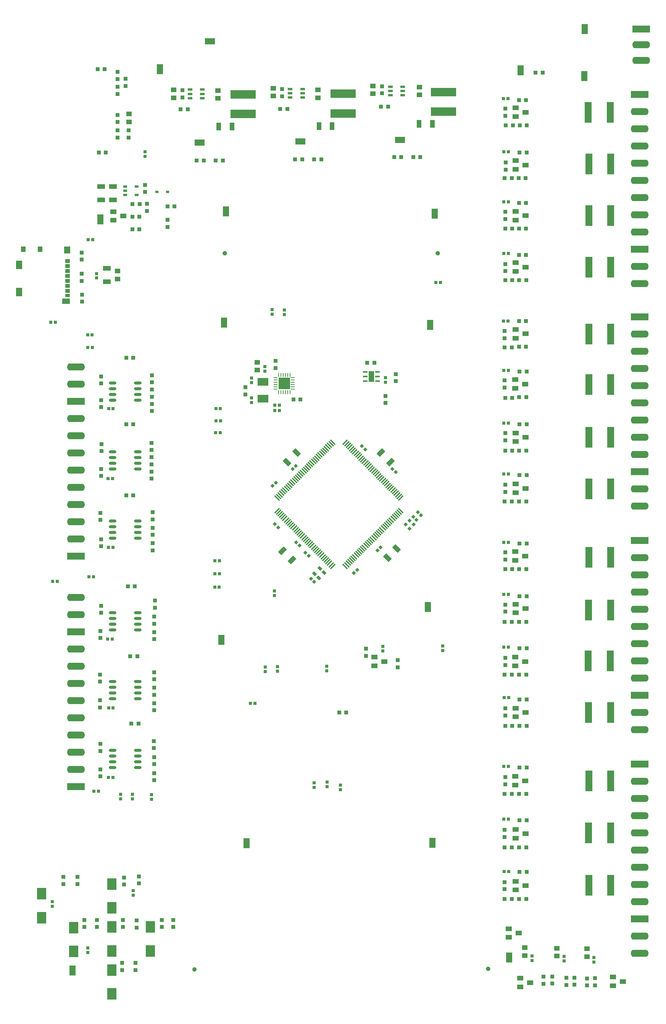
<source format=gbr>
%TF.GenerationSoftware,Altium Limited,Altium Designer,19.1.5 (86)*%
G04 Layer_Color=8421504*
%FSLAX26Y26*%
%MOIN*%
%TF.FileFunction,Paste,Top*%
%TF.Part,Single*%
G01*
G75*
%TA.AperFunction,NonConductor*%
%ADD10C,0.019685*%
%TA.AperFunction,SMDPad,CuDef*%
G04:AMPARAMS|DCode=11|XSize=66.929mil|YSize=41.339mil|CornerRadius=0mil|HoleSize=0mil|Usage=FLASHONLY|Rotation=225.000|XOffset=0mil|YOffset=0mil|HoleType=Round|Shape=Rectangle|*
%AMROTATEDRECTD11*
4,1,4,0.009048,0.038278,0.038278,0.009048,-0.009048,-0.038278,-0.038278,-0.009048,0.009048,0.038278,0.0*
%
%ADD11ROTATEDRECTD11*%

G04:AMPARAMS|DCode=12|XSize=66.929mil|YSize=41.339mil|CornerRadius=0mil|HoleSize=0mil|Usage=FLASHONLY|Rotation=135.000|XOffset=0mil|YOffset=0mil|HoleType=Round|Shape=Rectangle|*
%AMROTATEDRECTD12*
4,1,4,0.038278,-0.009048,0.009048,-0.038278,-0.038278,0.009048,-0.009048,0.038278,0.038278,-0.009048,0.0*
%
%ADD12ROTATEDRECTD12*%

%ADD13P,0.035634X4X360.0*%
%ADD14P,0.035634X4X270.0*%
%ADD15P,0.038974X4X360.0*%
G04:AMPARAMS|DCode=16|XSize=33.465mil|YSize=25.591mil|CornerRadius=0mil|HoleSize=0mil|Usage=FLASHONLY|Rotation=135.000|XOffset=0mil|YOffset=0mil|HoleType=Round|Shape=Rectangle|*
%AMROTATEDRECTD16*
4,1,4,0.020879,-0.002784,0.002784,-0.020879,-0.020879,0.002784,-0.002784,0.020879,0.020879,-0.002784,0.0*
%
%ADD16ROTATEDRECTD16*%

%ADD17R,0.094488X0.066929*%
%ADD18R,0.039370X0.023622*%
G04:AMPARAMS|DCode=19|XSize=21.654mil|YSize=31.496mil|CornerRadius=1.949mil|HoleSize=0mil|Usage=FLASHONLY|Rotation=90.000|XOffset=0mil|YOffset=0mil|HoleType=Round|Shape=RoundedRectangle|*
%AMROUNDEDRECTD19*
21,1,0.021654,0.027599,0,0,90.0*
21,1,0.017756,0.031496,0,0,90.0*
1,1,0.003898,0.013799,0.008878*
1,1,0.003898,0.013799,-0.008878*
1,1,0.003898,-0.013799,-0.008878*
1,1,0.003898,-0.013799,0.008878*
%
%ADD19ROUNDEDRECTD19*%
%ADD20R,0.039370X0.015748*%
%ADD21R,0.050394X0.094488*%
%ADD22O,0.064961X0.025591*%
%ADD23O,0.035433X0.009842*%
%ADD24O,0.009842X0.035433*%
%ADD25R,0.098425X0.098425*%
%ADD26R,0.055118X0.086614*%
%ADD27R,0.086614X0.055118*%
%TA.AperFunction,ConnectorPad*%
%ADD28R,0.053150X0.074803*%
%ADD29R,0.039370X0.047244*%
%ADD30R,0.053150X0.061024*%
%ADD31R,0.043307X0.033465*%
%ADD32R,0.043307X0.029528*%
%ADD33R,0.070866X0.046063*%
%TA.AperFunction,SMDPad,CuDef*%
%ADD34R,0.078740X0.098425*%
%ADD35R,0.035433X0.033465*%
%ADD36R,0.033465X0.035433*%
%ADD37R,0.051181X0.041339*%
%ADD38R,0.055118X0.039370*%
%ADD39R,0.222047X0.077953*%
%TA.AperFunction,ConnectorPad*%
%ADD40R,0.157480X0.062992*%
%ADD41O,0.157480X0.062992*%
%TA.AperFunction,SMDPad,CuDef*%
%ADD42R,0.157480X0.062992*%
%ADD43O,0.157480X0.062992*%
%ADD44R,0.059055X0.181102*%
%ADD45R,0.031496X0.023622*%
%ADD46R,0.025197X0.025197*%
%ADD47R,0.025197X0.025197*%
%ADD48R,0.041339X0.066929*%
%ADD49R,0.066929X0.041339*%
%TA.AperFunction,ConnectorPad*%
%ADD50R,0.078740X0.098425*%
%TA.AperFunction,SMDPad,CuDef*%
G04:AMPARAMS|DCode=51|XSize=11.811mil|YSize=61.024mil|CornerRadius=0mil|HoleSize=0mil|Usage=FLASHONLY|Rotation=45.000|XOffset=0mil|YOffset=0mil|HoleType=Round|Shape=Rectangle|*
%AMROTATEDRECTD51*
4,1,4,0.017399,-0.025751,-0.025751,0.017399,-0.017399,0.025751,0.025751,-0.017399,0.017399,-0.025751,0.0*
%
%ADD51ROTATEDRECTD51*%

G04:AMPARAMS|DCode=52|XSize=11.811mil|YSize=61.024mil|CornerRadius=0mil|HoleSize=0mil|Usage=FLASHONLY|Rotation=315.000|XOffset=0mil|YOffset=0mil|HoleType=Round|Shape=Rectangle|*
%AMROTATEDRECTD52*
4,1,4,-0.025751,-0.017399,0.017399,0.025751,0.025751,0.017399,-0.017399,-0.025751,-0.025751,-0.017399,0.0*
%
%ADD52ROTATEDRECTD52*%

D10*
X4704748Y7250000D02*
G03*
X4704748Y7250000I-9748J0D01*
G01*
X2844748D02*
G03*
X2844748Y7250000I-9748J0D01*
G01*
X5144748Y1010000D02*
G03*
X5144748Y1010000I-9748J0D01*
G01*
X2579748Y1005000D02*
G03*
X2579748Y1005000I-9748J0D01*
G01*
D11*
X3421062Y4573938D02*
D03*
X3338938Y4656062D02*
D03*
X4281062Y5428938D02*
D03*
X4198938Y5511062D02*
D03*
D12*
X3378938Y5428938D02*
D03*
X3461062Y5511062D02*
D03*
X4253938Y4593938D02*
D03*
X4336062Y4676062D02*
D03*
D13*
X3252194Y5222194D02*
D03*
X3280311Y5250311D02*
D03*
X4167194Y4657194D02*
D03*
X4195311Y4685311D02*
D03*
X3427194Y5367194D02*
D03*
X3455311Y5395311D02*
D03*
X3962194Y4462194D02*
D03*
X3990311Y4490311D02*
D03*
D14*
X4032194Y5567806D02*
D03*
X4060311Y5539689D02*
D03*
X3567806Y4612194D02*
D03*
X3539689Y4640311D02*
D03*
X4328117Y5341883D02*
D03*
X4300000Y5370000D02*
D03*
X4521941Y4992552D02*
D03*
X4550059Y4964435D02*
D03*
X3487806Y4702194D02*
D03*
X3459689Y4730311D02*
D03*
X3272194Y4887806D02*
D03*
X3300311Y4859689D02*
D03*
X4481941Y4952552D02*
D03*
X4510059Y4924435D02*
D03*
X3587194Y4412806D02*
D03*
X3615311Y4384689D02*
D03*
D15*
X4449949Y4919545D02*
D03*
X4484747Y4884746D02*
D03*
X4415150D02*
D03*
X4449949Y4849948D02*
D03*
D16*
X3664176Y4501758D02*
D03*
X3701758Y4464176D02*
D03*
X3618242Y4455824D02*
D03*
X3655824Y4418242D02*
D03*
D17*
X3170000Y6127835D02*
D03*
Y5982165D02*
D03*
D18*
X2639134Y8602598D02*
D03*
Y8640000D02*
D03*
Y8677401D02*
D03*
X2530866D02*
D03*
Y8640000D02*
D03*
Y8602598D02*
D03*
X3514134Y8607598D02*
D03*
Y8645000D02*
D03*
Y8682401D02*
D03*
X3405866D02*
D03*
Y8645000D02*
D03*
Y8607598D02*
D03*
X4389606Y8627598D02*
D03*
Y8665000D02*
D03*
Y8702401D02*
D03*
X4281339D02*
D03*
Y8665000D02*
D03*
Y8627598D02*
D03*
D19*
X1964803Y7832402D02*
D03*
Y7795000D02*
D03*
Y7757599D02*
D03*
X2065197D02*
D03*
Y7832402D02*
D03*
D20*
X4062244Y6214370D02*
D03*
Y6175000D02*
D03*
Y6135630D02*
D03*
X4167756Y6214370D02*
D03*
Y6175000D02*
D03*
Y6135630D02*
D03*
D21*
X4115000Y6175000D02*
D03*
D22*
X1853780Y2915000D02*
D03*
Y2865000D02*
D03*
Y2815000D02*
D03*
Y2765000D02*
D03*
X2076220Y2915000D02*
D03*
Y2865000D02*
D03*
Y2815000D02*
D03*
Y2765000D02*
D03*
X1853780Y3515000D02*
D03*
Y3465000D02*
D03*
Y3415000D02*
D03*
Y3365000D02*
D03*
X2076220Y3515000D02*
D03*
Y3465000D02*
D03*
Y3415000D02*
D03*
Y3365000D02*
D03*
X1853780Y4115000D02*
D03*
Y4065000D02*
D03*
Y4015000D02*
D03*
Y3965000D02*
D03*
X2076220Y4115000D02*
D03*
Y4065000D02*
D03*
Y4015000D02*
D03*
Y3965000D02*
D03*
X1853780Y4915000D02*
D03*
Y4865000D02*
D03*
Y4815000D02*
D03*
Y4765000D02*
D03*
X2076220Y4915000D02*
D03*
Y4865000D02*
D03*
Y4815000D02*
D03*
Y4765000D02*
D03*
X1853780Y5520000D02*
D03*
Y5470000D02*
D03*
Y5420000D02*
D03*
Y5370000D02*
D03*
X2076220Y5520000D02*
D03*
Y5470000D02*
D03*
Y5420000D02*
D03*
Y5370000D02*
D03*
X1853780Y6120000D02*
D03*
Y6070000D02*
D03*
Y6020000D02*
D03*
Y5970000D02*
D03*
X2076220Y6120000D02*
D03*
Y6070000D02*
D03*
Y6020000D02*
D03*
Y5970000D02*
D03*
D23*
X3280000Y6164370D02*
D03*
Y6144685D02*
D03*
Y6125000D02*
D03*
Y6105315D02*
D03*
Y6085630D02*
D03*
Y6065945D02*
D03*
X3429606D02*
D03*
Y6085630D02*
D03*
Y6105315D02*
D03*
Y6125000D02*
D03*
Y6144685D02*
D03*
Y6164370D02*
D03*
D24*
X3305591Y6040354D02*
D03*
X3325276D02*
D03*
X3344961D02*
D03*
X3364646D02*
D03*
X3384331D02*
D03*
X3404016D02*
D03*
Y6189961D02*
D03*
X3384331D02*
D03*
X3364646D02*
D03*
X3344961D02*
D03*
X3325276D02*
D03*
X3305591D02*
D03*
D25*
X3354803Y6115158D02*
D03*
D26*
X4650000Y2110000D02*
D03*
X3025000Y2105000D02*
D03*
X4670000Y7595000D02*
D03*
X2845000Y7615000D02*
D03*
X4610000Y4165000D02*
D03*
X4630000Y6625000D02*
D03*
X2830000Y6645000D02*
D03*
X2805000Y3880000D02*
D03*
X5320000Y1110000D02*
D03*
X5420000Y8845000D02*
D03*
X1505000Y995000D02*
D03*
X2270000Y8855000D02*
D03*
X1750000Y7545000D02*
D03*
X5980000Y9205000D02*
D03*
X5975000Y8795000D02*
D03*
D27*
X2615000Y8215000D02*
D03*
X3495000Y8225000D02*
D03*
X4365000Y8239213D02*
D03*
X2705000Y9100000D02*
D03*
D28*
X1036909Y6913445D02*
D03*
Y7148484D02*
D03*
D29*
X1220965Y7286280D02*
D03*
X1075295D02*
D03*
D30*
X1458169Y7279390D02*
D03*
D31*
X1463091Y7182539D02*
D03*
Y7139232D02*
D03*
Y7095925D02*
D03*
Y7052618D02*
D03*
Y7009311D02*
D03*
Y6966004D02*
D03*
Y6922697D02*
D03*
D32*
Y6881358D02*
D03*
D33*
X1449311Y6833721D02*
D03*
D34*
X1235000Y1664331D02*
D03*
Y1455669D02*
D03*
X1850000Y1165669D02*
D03*
Y1374331D02*
D03*
X2185000Y1165669D02*
D03*
Y1374331D02*
D03*
X1515000Y1160669D02*
D03*
Y1369331D02*
D03*
X1850000Y1540669D02*
D03*
Y1749331D02*
D03*
D35*
X2055000Y1060512D02*
D03*
Y999488D02*
D03*
X2065000Y1430512D02*
D03*
Y1369488D02*
D03*
X1720000Y1435512D02*
D03*
Y1374488D02*
D03*
X2385000Y1435512D02*
D03*
Y1374488D02*
D03*
X2085000Y1815512D02*
D03*
Y1754488D02*
D03*
X4240000Y5944488D02*
D03*
Y6005512D02*
D03*
X4345000Y3700512D02*
D03*
Y3639488D02*
D03*
X4070000Y3800512D02*
D03*
Y3739488D02*
D03*
X2465000Y8670512D02*
D03*
Y8609488D02*
D03*
X3335000Y8680512D02*
D03*
Y8619488D02*
D03*
X4210000Y8705512D02*
D03*
Y8644488D02*
D03*
X2155000Y7680512D02*
D03*
Y7619488D02*
D03*
X2140000Y7845512D02*
D03*
Y7784488D02*
D03*
X2335000Y7540512D02*
D03*
Y7479488D02*
D03*
X4330000Y6134488D02*
D03*
Y6195512D02*
D03*
X6000000Y925512D02*
D03*
Y864488D02*
D03*
X5820000Y930512D02*
D03*
Y869488D02*
D03*
X5620000Y940512D02*
D03*
Y879488D02*
D03*
X1940000Y1060512D02*
D03*
Y999488D02*
D03*
X1945000Y1435512D02*
D03*
Y1374488D02*
D03*
X1610000Y1435512D02*
D03*
Y1374488D02*
D03*
X2285000Y1435512D02*
D03*
Y1374488D02*
D03*
X1955000Y1805512D02*
D03*
Y1744488D02*
D03*
X1590000Y6890000D02*
D03*
Y6828976D02*
D03*
X1585000Y7193976D02*
D03*
Y7255000D02*
D03*
Y7009488D02*
D03*
Y7070512D02*
D03*
X1750000Y2750000D02*
D03*
Y2688976D02*
D03*
X1745000Y3350512D02*
D03*
Y3289488D02*
D03*
X2215000Y2995512D02*
D03*
Y2934488D02*
D03*
X2220000Y2715512D02*
D03*
Y2654488D02*
D03*
Y2855512D02*
D03*
Y2794488D02*
D03*
X1750000Y2970512D02*
D03*
Y2909488D02*
D03*
X2220000Y3595512D02*
D03*
Y3534488D02*
D03*
Y3325512D02*
D03*
Y3264488D02*
D03*
Y3460512D02*
D03*
Y3399488D02*
D03*
X1745000Y3575512D02*
D03*
Y3514488D02*
D03*
X1750000Y3955512D02*
D03*
Y3894488D02*
D03*
X1755000Y4755512D02*
D03*
Y4694488D02*
D03*
X2225000Y4220512D02*
D03*
Y4159488D02*
D03*
X2220000Y3945512D02*
D03*
Y3884488D02*
D03*
Y4080512D02*
D03*
Y4019488D02*
D03*
X1755000Y4175512D02*
D03*
Y4114488D02*
D03*
X2205000Y4990512D02*
D03*
Y4929488D02*
D03*
Y4720512D02*
D03*
Y4659488D02*
D03*
Y4855512D02*
D03*
Y4794488D02*
D03*
X1750000Y4985000D02*
D03*
Y4923976D02*
D03*
X1755000Y5370000D02*
D03*
Y5308976D02*
D03*
Y5970000D02*
D03*
Y5908976D02*
D03*
X2195000Y5595000D02*
D03*
Y5533976D02*
D03*
Y5345512D02*
D03*
Y5284488D02*
D03*
Y5470512D02*
D03*
Y5409488D02*
D03*
X1760000Y5585512D02*
D03*
Y5524488D02*
D03*
X2200000Y6185000D02*
D03*
Y6123976D02*
D03*
Y5935000D02*
D03*
Y5873976D02*
D03*
Y6060512D02*
D03*
Y5999488D02*
D03*
X1755000Y6175512D02*
D03*
Y6114488D02*
D03*
X1900000Y8701024D02*
D03*
Y8640000D02*
D03*
Y8320512D02*
D03*
Y8259488D02*
D03*
Y8831024D02*
D03*
Y8770000D02*
D03*
Y8455512D02*
D03*
Y8394488D02*
D03*
X1425000Y1749488D02*
D03*
Y1810512D02*
D03*
X1550000D02*
D03*
Y1749488D02*
D03*
X3015000Y6019488D02*
D03*
Y6080512D02*
D03*
X3280000Y6249488D02*
D03*
Y6310512D02*
D03*
X5280000Y1765512D02*
D03*
Y1704488D02*
D03*
Y2220512D02*
D03*
Y2159488D02*
D03*
X5285000Y2680512D02*
D03*
Y2619488D02*
D03*
Y3280512D02*
D03*
Y3219488D02*
D03*
Y3720512D02*
D03*
Y3659488D02*
D03*
Y4185512D02*
D03*
Y4124488D02*
D03*
Y4640512D02*
D03*
Y4579488D02*
D03*
Y5230512D02*
D03*
Y5169488D02*
D03*
Y5680512D02*
D03*
Y5619488D02*
D03*
X5280000Y6570512D02*
D03*
Y6509488D02*
D03*
Y6140512D02*
D03*
Y6079488D02*
D03*
X5285000Y7610512D02*
D03*
Y7549488D02*
D03*
Y7155512D02*
D03*
Y7094488D02*
D03*
X5290000Y8040512D02*
D03*
Y7979488D02*
D03*
X5285000Y8510512D02*
D03*
Y8449488D02*
D03*
X6070000Y927480D02*
D03*
Y866457D02*
D03*
X5890000Y932480D02*
D03*
Y871457D02*
D03*
X5695000Y942480D02*
D03*
Y881457D02*
D03*
X1970000Y8771024D02*
D03*
Y8710000D02*
D03*
X1995000Y8320512D02*
D03*
Y8259488D02*
D03*
D36*
X5549488Y8825000D02*
D03*
X5610512D02*
D03*
X2650512Y8060000D02*
D03*
X2589488D02*
D03*
X3510512Y8070000D02*
D03*
X3449488D02*
D03*
X4375512Y8090000D02*
D03*
X4314488D02*
D03*
X2090512Y7680000D02*
D03*
X2029488D02*
D03*
X2335000Y7660000D02*
D03*
X2396024D02*
D03*
X4140512Y6295000D02*
D03*
X4079488D02*
D03*
X3834488Y3245000D02*
D03*
X3895512D02*
D03*
X2080512Y3150000D02*
D03*
X2019488D02*
D03*
X2071024Y3735000D02*
D03*
X2010000D02*
D03*
X2050000Y4345000D02*
D03*
X1988976D02*
D03*
X2035512Y5140000D02*
D03*
X1974488D02*
D03*
X2036024Y5760000D02*
D03*
X1975000D02*
D03*
X2035512Y6340000D02*
D03*
X1974488D02*
D03*
X1724488Y8855000D02*
D03*
X1785512D02*
D03*
X1735000Y8130000D02*
D03*
X1796024D02*
D03*
X3495512Y5975000D02*
D03*
X3434488D02*
D03*
X5340512Y1620000D02*
D03*
X5279488D02*
D03*
X5341024Y2070000D02*
D03*
X5280000D02*
D03*
X5470512Y1855000D02*
D03*
X5409488D02*
D03*
X5470512Y2305000D02*
D03*
X5409488D02*
D03*
X5340512Y2535000D02*
D03*
X5279488D02*
D03*
X5345512Y3130000D02*
D03*
X5284488D02*
D03*
X5470512Y2765000D02*
D03*
X5409488D02*
D03*
X5470512Y3360000D02*
D03*
X5409488D02*
D03*
X5340512Y3575000D02*
D03*
X5279488D02*
D03*
X5340512Y4035000D02*
D03*
X5279488D02*
D03*
X5470512Y3805000D02*
D03*
X5409488D02*
D03*
X5470512Y4260000D02*
D03*
X5409488D02*
D03*
X5345512Y4495000D02*
D03*
X5284488D02*
D03*
X5340512Y5085000D02*
D03*
X5279488D02*
D03*
X5470512Y4720000D02*
D03*
X5409488D02*
D03*
X5470512Y5315000D02*
D03*
X5409488D02*
D03*
X5345512Y5530000D02*
D03*
X5284488D02*
D03*
X5470512Y5760000D02*
D03*
X5409488D02*
D03*
X5345512Y5990000D02*
D03*
X5284488D02*
D03*
X5341024Y6430000D02*
D03*
X5280000D02*
D03*
X5470512Y6220000D02*
D03*
X5409488D02*
D03*
X5465512Y6660000D02*
D03*
X5404488D02*
D03*
X5345512Y7015000D02*
D03*
X5284488D02*
D03*
X5345512Y7465000D02*
D03*
X5284488D02*
D03*
X5465512Y7235000D02*
D03*
X5404488D02*
D03*
X5465512Y7690000D02*
D03*
X5404488D02*
D03*
X5341024Y7905000D02*
D03*
X5280000D02*
D03*
X5350512Y8365000D02*
D03*
X5289488D02*
D03*
X5470512Y8130000D02*
D03*
X5409488D02*
D03*
X5466024Y8585000D02*
D03*
X5405000D02*
D03*
X2817480Y8060000D02*
D03*
X2756457D02*
D03*
X3677480Y8070000D02*
D03*
X3616457D02*
D03*
X4542480Y8090000D02*
D03*
X4481457D02*
D03*
X2027520Y7570000D02*
D03*
X2088543D02*
D03*
X2028976Y7460000D02*
D03*
X2090000D02*
D03*
X5467480Y1620000D02*
D03*
X5406457D02*
D03*
X5467480Y2070000D02*
D03*
X5406457D02*
D03*
X5467480Y2535000D02*
D03*
X5406457D02*
D03*
X5471024Y3130000D02*
D03*
X5410000D02*
D03*
X5467480Y3575000D02*
D03*
X5406457D02*
D03*
X5467480Y4035000D02*
D03*
X5406457D02*
D03*
X5467480Y4495000D02*
D03*
X5406457D02*
D03*
X5467480Y5085000D02*
D03*
X5406457D02*
D03*
X5467480Y5530000D02*
D03*
X5406457D02*
D03*
X5467480Y5995000D02*
D03*
X5406457D02*
D03*
X5465000Y6435000D02*
D03*
X5403976D02*
D03*
X5467480Y7015000D02*
D03*
X5406457D02*
D03*
X5466024Y7465000D02*
D03*
X5405000D02*
D03*
X5462480Y7905000D02*
D03*
X5401457D02*
D03*
X5472480Y8365000D02*
D03*
X5411457D02*
D03*
X2510512Y8505000D02*
D03*
X2449488D02*
D03*
X3380512Y8510000D02*
D03*
X3319488D02*
D03*
X4260512Y8530000D02*
D03*
X4199488D02*
D03*
D37*
X2390000Y8675000D02*
D03*
Y8606102D02*
D03*
X3260000Y8689449D02*
D03*
Y8620551D02*
D03*
X4130000Y8709449D02*
D03*
Y8640551D02*
D03*
X6000000Y1184449D02*
D03*
Y1115551D02*
D03*
X5735000Y1189449D02*
D03*
Y1120551D02*
D03*
X5455000Y1194449D02*
D03*
Y1125551D02*
D03*
X1900000Y7093898D02*
D03*
Y7025000D02*
D03*
X2000000Y8396102D02*
D03*
Y8465000D02*
D03*
X3120000Y6230551D02*
D03*
Y6299449D02*
D03*
X2775000Y8600551D02*
D03*
Y8669449D02*
D03*
X3650000Y8605551D02*
D03*
Y8674449D02*
D03*
X4535000Y8630551D02*
D03*
Y8699449D02*
D03*
D38*
X5463307Y1735000D02*
D03*
X5376693Y1697599D02*
D03*
Y1772402D02*
D03*
X5461614Y2187598D02*
D03*
X5375000Y2150197D02*
D03*
Y2225000D02*
D03*
X5458307Y2650000D02*
D03*
X5371693Y2612599D02*
D03*
Y2687402D02*
D03*
X5463307Y3245000D02*
D03*
X5376693Y3207599D02*
D03*
Y3282402D02*
D03*
X5458307Y3690000D02*
D03*
X5371693Y3652599D02*
D03*
Y3727402D02*
D03*
X5461614Y4152401D02*
D03*
X5375000Y4115000D02*
D03*
Y4189803D02*
D03*
X5458307Y4610000D02*
D03*
X5371693Y4572599D02*
D03*
Y4647402D02*
D03*
X5463307Y5200000D02*
D03*
X5376693Y5162599D02*
D03*
Y5237402D02*
D03*
X5463307Y5645000D02*
D03*
X5376693Y5607599D02*
D03*
Y5682402D02*
D03*
X5458307Y6110000D02*
D03*
X5371693Y6072599D02*
D03*
Y6147402D02*
D03*
X5461614Y6547401D02*
D03*
X5375000Y6510000D02*
D03*
Y6584803D02*
D03*
X5463307Y7130000D02*
D03*
X5376693Y7092599D02*
D03*
Y7167402D02*
D03*
X5461614Y7577401D02*
D03*
X5375000Y7540000D02*
D03*
Y7614803D02*
D03*
X5463307Y8020000D02*
D03*
X5376693Y7982599D02*
D03*
Y8057402D02*
D03*
X5463307Y8480000D02*
D03*
X5376693Y8442599D02*
D03*
Y8517402D02*
D03*
X1948307Y7575000D02*
D03*
X1861693Y7537599D02*
D03*
Y7612402D02*
D03*
X6313307Y900000D02*
D03*
X6226693Y862598D02*
D03*
Y937402D02*
D03*
X5503307Y890000D02*
D03*
X5416693Y852598D02*
D03*
Y927402D02*
D03*
X5401614Y1322598D02*
D03*
X5315000Y1285197D02*
D03*
Y1360000D02*
D03*
X4228307Y3690000D02*
D03*
X4141693Y3652599D02*
D03*
Y3727402D02*
D03*
D39*
X2995000Y8636220D02*
D03*
Y8463780D02*
D03*
X3870000Y8641220D02*
D03*
Y8468780D02*
D03*
X4745000Y8656220D02*
D03*
Y8483780D02*
D03*
D40*
X1535000Y2600000D02*
D03*
Y3950000D02*
D03*
Y4610000D02*
D03*
Y5960000D02*
D03*
X6470945Y9206969D02*
D03*
D41*
X1535000Y2750000D02*
D03*
Y2900000D02*
D03*
Y3050000D02*
D03*
Y3200000D02*
D03*
Y3350000D02*
D03*
Y3500000D02*
D03*
Y3650000D02*
D03*
Y3800000D02*
D03*
Y4100000D02*
D03*
Y4250000D02*
D03*
Y4760000D02*
D03*
Y4910000D02*
D03*
Y5060000D02*
D03*
Y5210000D02*
D03*
Y5360000D02*
D03*
Y5510000D02*
D03*
Y5660000D02*
D03*
Y5810000D02*
D03*
Y6110000D02*
D03*
Y6260000D02*
D03*
X6470945Y9069173D02*
D03*
Y8931378D02*
D03*
D42*
X6460000Y2795000D02*
D03*
Y1445000D02*
D03*
X6458976Y4745000D02*
D03*
Y3395000D02*
D03*
X6460000Y6695000D02*
D03*
Y5345000D02*
D03*
Y8635000D02*
D03*
Y7285000D02*
D03*
D43*
Y2645000D02*
D03*
Y2495000D02*
D03*
Y2345000D02*
D03*
Y2195000D02*
D03*
Y2045000D02*
D03*
Y1895000D02*
D03*
Y1745000D02*
D03*
Y1595000D02*
D03*
Y1295000D02*
D03*
Y1145000D02*
D03*
X6458976Y4595000D02*
D03*
Y4445000D02*
D03*
Y4295000D02*
D03*
Y4145000D02*
D03*
Y3995000D02*
D03*
Y3845000D02*
D03*
Y3695000D02*
D03*
Y3545000D02*
D03*
Y3245000D02*
D03*
Y3095000D02*
D03*
X6460000Y6545000D02*
D03*
Y6395000D02*
D03*
Y6245000D02*
D03*
Y6095000D02*
D03*
Y5945000D02*
D03*
Y5795000D02*
D03*
Y5645000D02*
D03*
Y5495000D02*
D03*
Y5195000D02*
D03*
Y5045000D02*
D03*
Y8485000D02*
D03*
Y8335000D02*
D03*
Y8185000D02*
D03*
Y8035000D02*
D03*
Y7885000D02*
D03*
Y7735000D02*
D03*
Y7585000D02*
D03*
Y7435000D02*
D03*
Y7135000D02*
D03*
Y6985000D02*
D03*
D44*
X6206457Y1740000D02*
D03*
X6013543D02*
D03*
X6205000Y2195000D02*
D03*
X6012087D02*
D03*
X6206457Y2650000D02*
D03*
X6013543D02*
D03*
X6205000Y3245000D02*
D03*
X6012087D02*
D03*
X6201457Y3695000D02*
D03*
X6008543D02*
D03*
X6205000Y4140000D02*
D03*
X6012087D02*
D03*
X6206457Y4600000D02*
D03*
X6013543D02*
D03*
X6206457Y5195000D02*
D03*
X6013543D02*
D03*
X6206457Y5645000D02*
D03*
X6013543D02*
D03*
X6206457Y6105000D02*
D03*
X6013543D02*
D03*
X6206457Y6545000D02*
D03*
X6013543D02*
D03*
X6206457Y7130000D02*
D03*
X6013543D02*
D03*
X6206457Y7580000D02*
D03*
X6013543D02*
D03*
X6206457Y8030000D02*
D03*
X6013543D02*
D03*
X6201457Y8480000D02*
D03*
X6008543D02*
D03*
D45*
X2335000Y7785000D02*
D03*
X2240512D02*
D03*
D46*
X1925000Y2491890D02*
D03*
Y2531653D02*
D03*
X3355000Y6716890D02*
D03*
Y6756654D02*
D03*
X3190000Y3643110D02*
D03*
Y3603347D02*
D03*
X3725000Y3648110D02*
D03*
Y3608347D02*
D03*
X3845000Y2571890D02*
D03*
Y2611653D02*
D03*
X3250000Y6720000D02*
D03*
Y6759764D02*
D03*
X3295000Y3645000D02*
D03*
Y3605236D02*
D03*
X3730000Y2600000D02*
D03*
Y2639764D02*
D03*
X2030000Y2491890D02*
D03*
Y2531653D02*
D03*
X3615000Y2633110D02*
D03*
Y2593347D02*
D03*
X2195000Y2530000D02*
D03*
Y2490236D02*
D03*
X2140000Y8135000D02*
D03*
Y8095236D02*
D03*
X4740000Y3825000D02*
D03*
Y3785236D02*
D03*
X6060000Y1108110D02*
D03*
Y1068347D02*
D03*
X5800000Y1118110D02*
D03*
Y1078347D02*
D03*
X5520000Y1123110D02*
D03*
Y1083347D02*
D03*
X2035000Y1693110D02*
D03*
Y1653347D02*
D03*
X1640000Y1193110D02*
D03*
Y1153347D02*
D03*
X3270000Y4265236D02*
D03*
Y4305000D02*
D03*
X4215000Y3821220D02*
D03*
Y3781457D02*
D03*
X4240000Y6165000D02*
D03*
Y6125236D02*
D03*
X1715000Y7033779D02*
D03*
Y7073543D02*
D03*
X1330000Y1556890D02*
D03*
Y1596653D02*
D03*
X3070000Y5990000D02*
D03*
Y5950236D02*
D03*
Y6121890D02*
D03*
Y6161654D02*
D03*
X3185000Y6221890D02*
D03*
Y6261654D02*
D03*
D47*
X4718110Y6995000D02*
D03*
X4678346D02*
D03*
X2798110Y5790000D02*
D03*
X2758347D02*
D03*
X2788110Y4455000D02*
D03*
X2748347D02*
D03*
X2795000Y5685000D02*
D03*
X2755236D02*
D03*
X2788110Y4570000D02*
D03*
X2748347D02*
D03*
X1678110Y6430000D02*
D03*
X1638347D02*
D03*
X1733110Y2560000D02*
D03*
X1693347D02*
D03*
X2756890Y5895000D02*
D03*
X2796653D02*
D03*
X2746890Y4340000D02*
D03*
X2786653D02*
D03*
X1650000Y4430000D02*
D03*
X1689764D02*
D03*
X1636890Y6540000D02*
D03*
X1676653D02*
D03*
X1641890Y7370000D02*
D03*
X1681653D02*
D03*
X1331890Y4390000D02*
D03*
X1371653D02*
D03*
X1315000Y6650000D02*
D03*
X1354764D02*
D03*
X3098110Y3325000D02*
D03*
X3058347D02*
D03*
X5315000Y1860000D02*
D03*
X5275236D02*
D03*
X5313110Y2315000D02*
D03*
X5273346D02*
D03*
X5313110Y2775000D02*
D03*
X5273346D02*
D03*
X5316221Y3375000D02*
D03*
X5276457D02*
D03*
X5313110Y3815000D02*
D03*
X5273346D02*
D03*
X5313110Y4275000D02*
D03*
X5273346D02*
D03*
X5313110Y4730000D02*
D03*
X5273346D02*
D03*
X5313110Y5325000D02*
D03*
X5273346D02*
D03*
X5313110Y5770000D02*
D03*
X5273346D02*
D03*
X5313110Y6230000D02*
D03*
X5273346D02*
D03*
X5308110Y6660000D02*
D03*
X5268346D02*
D03*
X5313110Y7250000D02*
D03*
X5273346D02*
D03*
X5313110Y7700000D02*
D03*
X5273346D02*
D03*
X5313110Y8135000D02*
D03*
X5273346D02*
D03*
X5308110Y8600000D02*
D03*
X5268346D02*
D03*
X1858110Y2680000D02*
D03*
X1818347D02*
D03*
X1860000Y3285000D02*
D03*
X1820236D02*
D03*
X1853110Y3885000D02*
D03*
X1813347D02*
D03*
X1858110Y4685000D02*
D03*
X1818347D02*
D03*
X1855000Y5285000D02*
D03*
X1815236D02*
D03*
X1860000Y5895000D02*
D03*
X1820236D02*
D03*
X3271890Y5880000D02*
D03*
X3311653D02*
D03*
X3271890Y5925000D02*
D03*
X3311653D02*
D03*
D48*
X2781929Y8355000D02*
D03*
X2898071D02*
D03*
X3656929Y8360000D02*
D03*
X3773071D02*
D03*
X4531929Y8380000D02*
D03*
X4648071D02*
D03*
D49*
X1860000Y7716929D02*
D03*
Y7833071D02*
D03*
X1755000Y7716929D02*
D03*
Y7833071D02*
D03*
X1805000Y7118071D02*
D03*
Y7001929D02*
D03*
D50*
X1850000Y790669D02*
D03*
Y999331D02*
D03*
D51*
X3777711Y5602711D02*
D03*
X3763791Y5588791D02*
D03*
X3749872Y5574872D02*
D03*
X3735952Y5560953D02*
D03*
X3722033Y5547033D02*
D03*
X3708114Y5533114D02*
D03*
X3694194Y5519194D02*
D03*
X3680275Y5505275D02*
D03*
X3666355Y5491355D02*
D03*
X3652436Y5477436D02*
D03*
X3638517Y5463517D02*
D03*
X3624597Y5449597D02*
D03*
X3610678Y5435678D02*
D03*
X3596758Y5421758D02*
D03*
X3582839Y5407839D02*
D03*
X3568919Y5393919D02*
D03*
X3555000Y5380000D02*
D03*
X3541081Y5366081D02*
D03*
X3527161Y5352161D02*
D03*
X3513242Y5338242D02*
D03*
X3499322Y5324322D02*
D03*
X3485403Y5310403D02*
D03*
X3471483Y5296483D02*
D03*
X3457564Y5282564D02*
D03*
X3443645Y5268645D02*
D03*
X3429725Y5254725D02*
D03*
X3415806Y5240806D02*
D03*
X3401886Y5226886D02*
D03*
X3387967Y5212967D02*
D03*
X3374048Y5199047D02*
D03*
X3360128Y5185128D02*
D03*
X3346209Y5171209D02*
D03*
X3332289Y5157289D02*
D03*
X3318370Y5143370D02*
D03*
X3304450Y5129450D02*
D03*
X3290531Y5115531D02*
D03*
X3886282Y4519779D02*
D03*
X3900202Y4533699D02*
D03*
X3914121Y4547618D02*
D03*
X3928041Y4561538D02*
D03*
X3941960Y4575457D02*
D03*
X3955880Y4589377D02*
D03*
X3969799Y4603296D02*
D03*
X3983718Y4617215D02*
D03*
X3997638Y4631135D02*
D03*
X4011557Y4645054D02*
D03*
X4025477Y4658974D02*
D03*
X4039396Y4672893D02*
D03*
X4053315Y4686813D02*
D03*
X4067235Y4700732D02*
D03*
X4081154Y4714651D02*
D03*
X4095074Y4728571D02*
D03*
X4108993Y4742490D02*
D03*
X4122913Y4756410D02*
D03*
X4136832Y4770329D02*
D03*
X4150751Y4784249D02*
D03*
X4164671Y4798168D02*
D03*
X4178590Y4812087D02*
D03*
X4192510Y4826007D02*
D03*
X4206429Y4839926D02*
D03*
X4220349Y4853846D02*
D03*
X4234268Y4867765D02*
D03*
X4248187Y4881685D02*
D03*
X4262107Y4895604D02*
D03*
X4276026Y4909523D02*
D03*
X4289946Y4923443D02*
D03*
X4303865Y4937362D02*
D03*
X4317784Y4951282D02*
D03*
X4331704Y4965201D02*
D03*
X4345623Y4979120D02*
D03*
X4359543Y4993040D02*
D03*
X4373462Y5006959D02*
D03*
D52*
X3290531D02*
D03*
X3304450Y4993040D02*
D03*
X3318370Y4979120D02*
D03*
X3332289Y4965201D02*
D03*
X3346209Y4951282D02*
D03*
X3360128Y4937362D02*
D03*
X3374048Y4923443D02*
D03*
X3387967Y4909523D02*
D03*
X3401886Y4895604D02*
D03*
X3415806Y4881685D02*
D03*
X3429725Y4867765D02*
D03*
X3443645Y4853846D02*
D03*
X3457564Y4839926D02*
D03*
X3471483Y4826007D02*
D03*
X3485403Y4812087D02*
D03*
X3499322Y4798168D02*
D03*
X3513242Y4784249D02*
D03*
X3527161Y4770329D02*
D03*
X3541081Y4756410D02*
D03*
X3555000Y4742490D02*
D03*
X3568919Y4728571D02*
D03*
X3582839Y4714651D02*
D03*
X3596758Y4700732D02*
D03*
X3610678Y4686813D02*
D03*
X3624597Y4672893D02*
D03*
X3638517Y4658974D02*
D03*
X3652436Y4645054D02*
D03*
X3666355Y4631135D02*
D03*
X3680275Y4617215D02*
D03*
X3694194Y4603296D02*
D03*
X3708114Y4589377D02*
D03*
X3722033Y4575457D02*
D03*
X3735952Y4561538D02*
D03*
X3749872Y4547618D02*
D03*
X3763791Y4533699D02*
D03*
X3777711Y4519779D02*
D03*
X4373462Y5115531D02*
D03*
X4359543Y5129450D02*
D03*
X4345623Y5143370D02*
D03*
X4331704Y5157289D02*
D03*
X4317784Y5171209D02*
D03*
X4303865Y5185128D02*
D03*
X4289946Y5199047D02*
D03*
X4276026Y5212967D02*
D03*
X4262107Y5226886D02*
D03*
X4248187Y5240806D02*
D03*
X4234268Y5254725D02*
D03*
X4220349Y5268645D02*
D03*
X4206429Y5282564D02*
D03*
X4192510Y5296483D02*
D03*
X4178590Y5310403D02*
D03*
X4164671Y5324322D02*
D03*
X4150751Y5338242D02*
D03*
X4136832Y5352161D02*
D03*
X4122913Y5366081D02*
D03*
X4108993Y5380000D02*
D03*
X4095074Y5393919D02*
D03*
X4081154Y5407839D02*
D03*
X4067235Y5421758D02*
D03*
X4053315Y5435678D02*
D03*
X4039396Y5449597D02*
D03*
X4025477Y5463517D02*
D03*
X4011557Y5477436D02*
D03*
X3997638Y5491355D02*
D03*
X3983718Y5505275D02*
D03*
X3969799Y5519194D02*
D03*
X3955880Y5533114D02*
D03*
X3941960Y5547033D02*
D03*
X3928041Y5560953D02*
D03*
X3914121Y5574872D02*
D03*
X3900202Y5588791D02*
D03*
X3886282Y5602711D02*
D03*
%TF.MD5,3af29dfd82f5d43f9862888711f5c694*%
M02*

</source>
